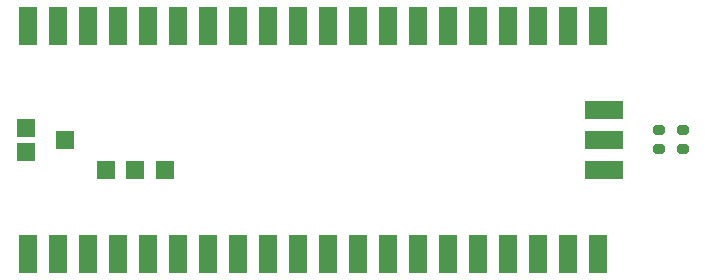
<source format=gbr>
%TF.GenerationSoftware,KiCad,Pcbnew,(6.0.6)*%
%TF.CreationDate,2022-08-15T12:46:32+09:00*%
%TF.ProjectId,aliss_03b,616c6973-735f-4303-9362-2e6b69636164,rev?*%
%TF.SameCoordinates,Original*%
%TF.FileFunction,Paste,Top*%
%TF.FilePolarity,Positive*%
%FSLAX46Y46*%
G04 Gerber Fmt 4.6, Leading zero omitted, Abs format (unit mm)*
G04 Created by KiCad (PCBNEW (6.0.6)) date 2022-08-15 12:46:32*
%MOMM*%
%LPD*%
G01*
G04 APERTURE LIST*
G04 Aperture macros list*
%AMRoundRect*
0 Rectangle with rounded corners*
0 $1 Rounding radius*
0 $2 $3 $4 $5 $6 $7 $8 $9 X,Y pos of 4 corners*
0 Add a 4 corners polygon primitive as box body*
4,1,4,$2,$3,$4,$5,$6,$7,$8,$9,$2,$3,0*
0 Add four circle primitives for the rounded corners*
1,1,$1+$1,$2,$3*
1,1,$1+$1,$4,$5*
1,1,$1+$1,$6,$7*
1,1,$1+$1,$8,$9*
0 Add four rect primitives between the rounded corners*
20,1,$1+$1,$2,$3,$4,$5,0*
20,1,$1+$1,$4,$5,$6,$7,0*
20,1,$1+$1,$6,$7,$8,$9,0*
20,1,$1+$1,$8,$9,$2,$3,0*%
G04 Aperture macros list end*
%ADD10RoundRect,0.200000X0.275000X-0.200000X0.275000X0.200000X-0.275000X0.200000X-0.275000X-0.200000X0*%
%ADD11R,1.600000X3.200000*%
%ADD12R,3.200000X1.600000*%
%ADD13R,1.500000X1.500000*%
G04 APERTURE END LIST*
D10*
%TO.C,R*%
X148000000Y-99175000D03*
X148000000Y-100825000D03*
%TD*%
%TO.C,Rwe*%
X150000000Y-100825000D03*
X150000000Y-99175000D03*
%TD*%
D11*
%TO.C,J3*%
X94540000Y-109730000D03*
X97080000Y-109730000D03*
X99620000Y-109730000D03*
X102160000Y-109730000D03*
X104700000Y-109730000D03*
X107240000Y-109730000D03*
X109780000Y-109730000D03*
X112320000Y-109730000D03*
X114860000Y-109730000D03*
X117400000Y-109730000D03*
X119940000Y-109730000D03*
X122480000Y-109730000D03*
X125020000Y-109730000D03*
X127560000Y-109730000D03*
X130100000Y-109730000D03*
X132640000Y-109730000D03*
X135180000Y-109730000D03*
X137720000Y-109730000D03*
X140260000Y-109730000D03*
X142800000Y-109730000D03*
X142800000Y-90350000D03*
X140260000Y-90350000D03*
X137720000Y-90350000D03*
X135180000Y-90350000D03*
X132640000Y-90350000D03*
X130100000Y-90350000D03*
X127560000Y-90350000D03*
X125020000Y-90350000D03*
X122480000Y-90350000D03*
X119940000Y-90350000D03*
X117400000Y-90350000D03*
X114860000Y-90350000D03*
X112320000Y-90350000D03*
X109780000Y-90350000D03*
X107240000Y-90350000D03*
X104700000Y-90350000D03*
X102160000Y-90350000D03*
X99620000Y-90350000D03*
X97080000Y-90350000D03*
X94540000Y-90350000D03*
D12*
X143370000Y-102580000D03*
X143370000Y-100040000D03*
X143370000Y-97500000D03*
D13*
X97670000Y-100040000D03*
X94370000Y-99040000D03*
X94370000Y-101040000D03*
X101170000Y-102540000D03*
X103670000Y-102540000D03*
X106170000Y-102540000D03*
%TD*%
M02*

</source>
